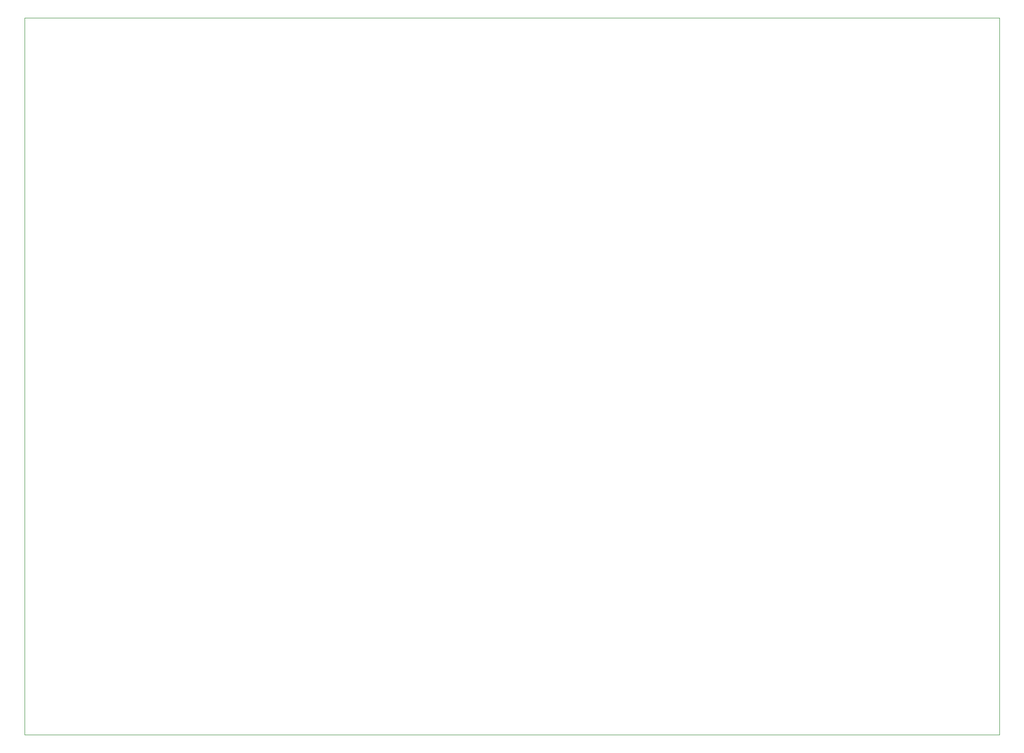
<source format=gbr>
%TF.GenerationSoftware,KiCad,Pcbnew,(5.0.1)-4*%
%TF.CreationDate,2024-02-15T09:49:58+01:00*%
%TF.ProjectId,AS_Spectrum_main,41535F537065637472756D5F6D61696E,rev?*%
%TF.SameCoordinates,Original*%
%TF.FileFunction,Profile,NP*%
%FSLAX46Y46*%
G04 Gerber Fmt 4.6, Leading zero omitted, Abs format (unit mm)*
G04 Created by KiCad (PCBNEW (5.0.1)-4) date 15/02/2024 09:49:58*
%MOMM*%
%LPD*%
G01*
G04 APERTURE LIST*
%ADD10C,0.050000*%
G04 APERTURE END LIST*
D10*
X233172000Y-178308000D02*
X233172000Y-52324000D01*
X61976000Y-178308000D02*
X233172000Y-178308000D01*
X61976000Y-52324000D02*
X61976000Y-178308000D01*
X233172000Y-52324000D02*
X61976000Y-52324000D01*
M02*

</source>
